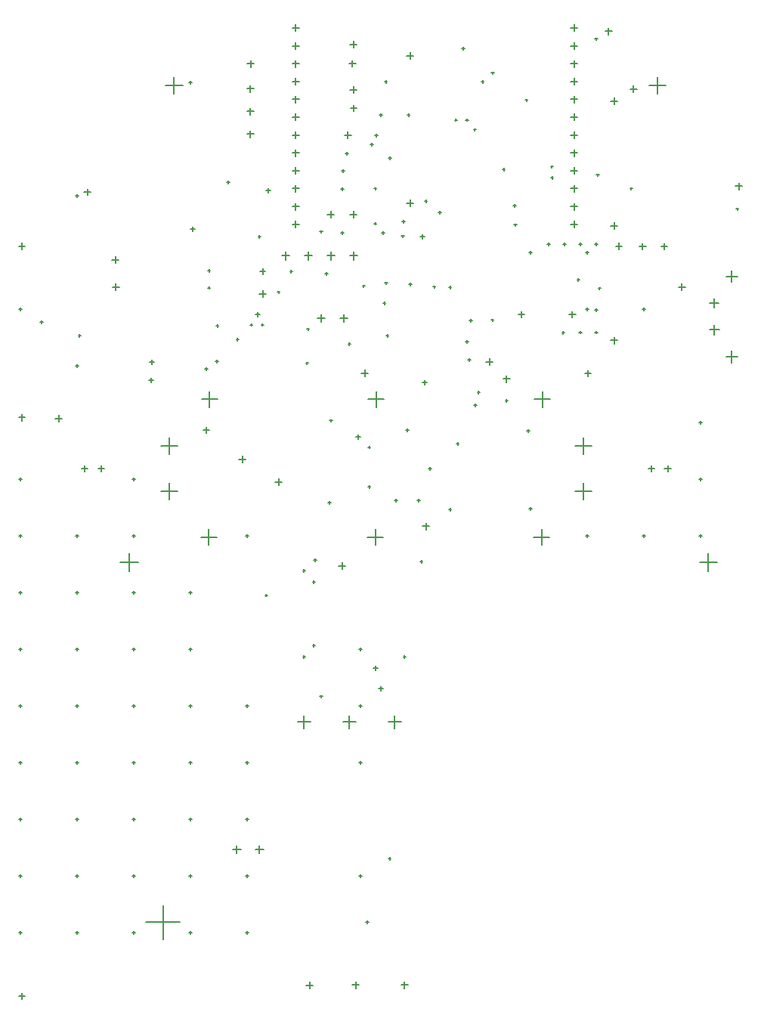
<source format=gbr>
%TF.GenerationSoftware,Altium Limited,Altium Designer,21.6.4 (81)*%
G04 Layer_Color=128*
%FSLAX26Y26*%
%MOIN*%
%TF.SameCoordinates,BD845C9F-3E28-4BEA-89B7-7B09B8E8D9D1*%
%TF.FilePolarity,Positive*%
%TF.FileFunction,Drillmap*%
%TF.Part,Single*%
G01*
G75*
%TA.AperFunction,NonConductor*%
%ADD125C,0.005000*%
D125*
X1130000Y4005000D02*
X1160000D01*
X1145000Y3990000D02*
Y4020000D01*
X1130000Y4105000D02*
X1160000D01*
X1145000Y4090000D02*
Y4120000D01*
X1130000Y4206031D02*
X1160000D01*
X1145000Y4191031D02*
Y4221031D01*
X1131000Y4315000D02*
X1161000D01*
X1146000Y4300000D02*
Y4330000D01*
X2735000Y3600000D02*
X2765000D01*
X2750000Y3585000D02*
Y3615000D01*
X1185000Y3300000D02*
X1215000D01*
X1200000Y3285000D02*
Y3315000D01*
X2735000Y3094902D02*
X2765000D01*
X2750000Y3079902D02*
Y3109902D01*
X3285000Y3775461D02*
X3315000D01*
X3300000Y3760461D02*
Y3790461D01*
X1904160Y2275000D02*
X1934160D01*
X1919160Y2260000D02*
Y2290000D01*
X2735000Y4150000D02*
X2765000D01*
X2750000Y4135000D02*
Y4165000D01*
X2260000Y2925000D02*
X2290000D01*
X2275000Y2910000D02*
Y2940000D01*
X1635000Y2950000D02*
X1665000D01*
X1650000Y2935000D02*
Y2965000D01*
X285000Y2750000D02*
X315000D01*
X300000Y2735000D02*
Y2765000D01*
X1835000Y3700000D02*
X1865000D01*
X1850000Y3685000D02*
Y3715000D01*
X1585000Y4200000D02*
X1615000D01*
X1600000Y4185000D02*
Y4215000D01*
X1560000Y4000000D02*
X1590000D01*
X1575000Y3985000D02*
Y4015000D01*
X1585000Y3650000D02*
X1615000D01*
X1600000Y3635000D02*
Y3665000D01*
X1485000Y3650000D02*
X1515000D01*
X1500000Y3635000D02*
Y3665000D01*
X123010Y203804D02*
X151010D01*
X137010Y189804D02*
Y217804D01*
X123010Y2754985D02*
X151010D01*
X137010Y2740985D02*
Y2768985D01*
X123010Y3510890D02*
X151010D01*
X137010Y3496890D02*
Y3524890D01*
X1353604Y1411739D02*
X1410604D01*
X1382104Y1383239D02*
Y1440239D01*
X1553604Y1411739D02*
X1610604D01*
X1582104Y1383239D02*
Y1440239D01*
X1753604Y1411739D02*
X1810604D01*
X1782104Y1383239D02*
Y1440239D01*
X2902500Y4220000D02*
X2977500D01*
X2940000Y4182500D02*
Y4257500D01*
X770855Y4220000D02*
X845855D01*
X808355Y4182500D02*
Y4257500D01*
X684728Y529000D02*
X834728D01*
X759728Y454000D02*
Y604000D01*
X1330000Y4473425D02*
X1360000D01*
X1345000Y4458425D02*
Y4488425D01*
X1330000Y4394685D02*
X1360000D01*
X1345000Y4379685D02*
Y4409685D01*
X1330000Y4315945D02*
X1360000D01*
X1345000Y4300945D02*
Y4330945D01*
X1330000Y4237205D02*
X1360000D01*
X1345000Y4222205D02*
Y4252205D01*
X1330000Y4158465D02*
X1360000D01*
X1345000Y4143465D02*
Y4173465D01*
X1330000Y4079724D02*
X1360000D01*
X1345000Y4064724D02*
Y4094724D01*
X1330000Y4000984D02*
X1360000D01*
X1345000Y3985984D02*
Y4015984D01*
X1330000Y3922244D02*
X1360000D01*
X1345000Y3907244D02*
Y3937244D01*
X1330000Y3843504D02*
X1360000D01*
X1345000Y3828504D02*
Y3858504D01*
X1330000Y3764764D02*
X1360000D01*
X1345000Y3749764D02*
Y3779764D01*
X1330000Y3686024D02*
X1360000D01*
X1345000Y3671024D02*
Y3701024D01*
X1330000Y3607284D02*
X1360000D01*
X1345000Y3592284D02*
Y3622284D01*
X1582284Y3468215D02*
X1617716D01*
X1600000Y3450499D02*
Y3485932D01*
X1482284Y3468215D02*
X1517716D01*
X1500000Y3450499D02*
Y3485932D01*
X1382284Y3468215D02*
X1417716D01*
X1400000Y3450499D02*
Y3485932D01*
X1282284Y3468215D02*
X1317716D01*
X1300000Y3450499D02*
Y3485932D01*
X1439869Y3192913D02*
X1475302D01*
X1457585Y3175197D02*
Y3210630D01*
X1539869Y3192913D02*
X1575302D01*
X1557585Y3175197D02*
Y3210630D01*
X3170092Y3259811D02*
X3212218D01*
X3191155Y3238749D02*
Y3280874D01*
X3170131Y3141662D02*
X3212257D01*
X3191194Y3120599D02*
Y3162725D01*
X3242369Y3377876D02*
X3294337D01*
X3268353Y3351892D02*
Y3403860D01*
X3242369Y3023545D02*
X3294337D01*
X3268353Y2997561D02*
Y3049529D01*
X2577691Y2630000D02*
X2649691D01*
X2613691Y2594000D02*
Y2666000D01*
X2398407Y2834882D02*
X2468407D01*
X2433407Y2799882D02*
Y2869882D01*
X1665257Y2835000D02*
X1735257D01*
X1700257Y2800000D02*
Y2870000D01*
X2899691Y2530000D02*
X2927691D01*
X2913691Y2516000D02*
Y2544000D01*
X2971691Y2530000D02*
X2999691D01*
X2985691Y2516000D02*
Y2544000D01*
X2577691Y2430000D02*
X2649691D01*
X2613691Y2394000D02*
Y2466000D01*
X2394470Y2226732D02*
X2464470D01*
X2429470Y2191732D02*
Y2261732D01*
X1661321Y2226850D02*
X1731321D01*
X1696321Y2191850D02*
Y2261850D01*
X929824Y2834882D02*
X999824D01*
X964824Y2799882D02*
Y2869882D01*
X750691Y2630000D02*
X822691D01*
X786691Y2594000D02*
Y2666000D01*
X925888Y2226732D02*
X995888D01*
X960888Y2191732D02*
Y2261732D01*
X750691Y2430000D02*
X822691D01*
X786691Y2394000D02*
Y2466000D01*
X472691Y2530000D02*
X500691D01*
X486691Y2516000D02*
Y2544000D01*
X400824Y2530000D02*
X428824D01*
X414824Y2516000D02*
Y2544000D01*
X2820000Y4203920D02*
X2850000D01*
X2835000Y4188920D02*
Y4218920D01*
X535000Y3450000D02*
X565000D01*
X550000Y3435000D02*
Y3465000D01*
X1535000Y2100000D02*
X1565000D01*
X1550000Y2085000D02*
Y2115000D01*
X1167417Y850000D02*
X1202850D01*
X1185133Y832284D02*
Y867716D01*
X1067417Y850000D02*
X1102850D01*
X1085133Y832284D02*
Y867716D01*
X2185000Y3000000D02*
X2215000D01*
X2200000Y2985000D02*
Y3015000D01*
X2558000Y4473425D02*
X2588000D01*
X2573000Y4458425D02*
Y4488425D01*
X2558000Y4394685D02*
X2588000D01*
X2573000Y4379685D02*
Y4409685D01*
X2558000Y4315945D02*
X2588000D01*
X2573000Y4300945D02*
Y4330945D01*
X2558000Y4237205D02*
X2588000D01*
X2573000Y4222205D02*
Y4252205D01*
X2558000Y4158465D02*
X2588000D01*
X2573000Y4143465D02*
Y4173465D01*
X2558000Y4079724D02*
X2588000D01*
X2573000Y4064724D02*
Y4094724D01*
X2558000Y4000984D02*
X2588000D01*
X2573000Y3985984D02*
Y4015984D01*
X2558000Y3922244D02*
X2588000D01*
X2573000Y3907244D02*
Y3937244D01*
X2558000Y3843504D02*
X2588000D01*
X2573000Y3828504D02*
Y3858504D01*
X2558000Y3764764D02*
X2588000D01*
X2573000Y3749764D02*
Y3779764D01*
X2558000Y3686024D02*
X2588000D01*
X2573000Y3671024D02*
Y3701024D01*
X2558000Y3607284D02*
X2588000D01*
X2573000Y3592284D02*
Y3622284D01*
X1835000Y4350000D02*
X1865000D01*
X1850000Y4335000D02*
Y4365000D01*
X1585000Y4400000D02*
X1615000D01*
X1600000Y4385000D02*
Y4415000D01*
X3034704Y3330945D02*
X3062704D01*
X3048704Y3316945D02*
Y3344945D01*
X3125824Y2116662D02*
X3204564D01*
X3165194Y2077292D02*
Y2156032D01*
X570824Y2116662D02*
X649564D01*
X610194Y2077292D02*
Y2156032D01*
X1255000Y2470000D02*
X1285000D01*
X1270000Y2455000D02*
Y2485000D01*
X2585977Y3363115D02*
X2596977D01*
X2591477Y3357615D02*
Y3368615D01*
X1083177Y3099515D02*
X1094177D01*
X1088677Y3094015D02*
Y3105015D01*
X3286776Y3675000D02*
X3298776D01*
X3292776Y3669000D02*
Y3681000D01*
X2046665Y4067913D02*
X2057665D01*
X2052165Y4062413D02*
Y4073413D01*
X1451585Y3575000D02*
X1463585D01*
X1457585Y3569000D02*
Y3581000D01*
X1811520Y3555000D02*
X1823520D01*
X1817520Y3549000D02*
Y3561000D01*
X1895000Y3554496D02*
X1915000D01*
X1905000Y3544496D02*
Y3564496D01*
X1814000Y3620000D02*
X1826000D01*
X1820000Y3614000D02*
Y3626000D01*
X1690821Y3610719D02*
X1701821D01*
X1696321Y3605219D02*
Y3616219D01*
X1690821Y3764984D02*
X1701821D01*
X1696321Y3759484D02*
Y3770484D01*
X2624014Y3482639D02*
X2636014D01*
X2630014Y3476639D02*
Y3488639D01*
X2374014Y3482639D02*
X2386014D01*
X2380014Y3476639D02*
Y3488639D01*
X1544000Y3570000D02*
X1556000D01*
X1550000Y3564000D02*
Y3576000D01*
X1564000Y3920000D02*
X1576000D01*
X1570000Y3914000D02*
Y3926000D01*
X1586000Y4120000D02*
X1614000D01*
X1600000Y4106000D02*
Y4134000D01*
X1581000Y4317000D02*
X1609000D01*
X1595000Y4303000D02*
Y4331000D01*
X1214672Y3756693D02*
X1234672D01*
X1224672Y3746693D02*
Y3766693D01*
X2664000Y4425000D02*
X2676000D01*
X2670000Y4419000D02*
Y4431000D01*
X2665395Y3520000D02*
X2677395D01*
X2671395Y3514000D02*
Y3526000D01*
X1474000Y3390000D02*
X1486000D01*
X1480000Y3384000D02*
Y3396000D01*
X2454000Y3519902D02*
X2466000D01*
X2460000Y3513902D02*
Y3525902D01*
X2524098Y3519902D02*
X2536098D01*
X2530098Y3513902D02*
Y3525902D01*
X2594000Y3519902D02*
X2606000D01*
X2600000Y3513902D02*
Y3525902D01*
X2307000Y3605000D02*
X2319000D01*
X2313000Y3599000D02*
Y3611000D01*
X2305000Y3690000D02*
X2317000D01*
X2311000Y3684000D02*
Y3696000D01*
X2206992Y4275000D02*
X2218992D01*
X2212992Y4269000D02*
Y4281000D01*
X1544000Y3764000D02*
X1556000D01*
X1550000Y3758000D02*
Y3770000D01*
X1547998Y3843000D02*
X1559998D01*
X1553998Y3837000D02*
Y3849000D01*
X2469000Y3861639D02*
X2481000D01*
X2475000Y3855639D02*
Y3867639D01*
X2469634Y3813597D02*
X2481634D01*
X2475634Y3807597D02*
Y3819597D01*
X1188000Y3400000D02*
X1212000D01*
X1200000Y3388000D02*
Y3412000D01*
X1319000Y3400000D02*
X1331000D01*
X1325000Y3394000D02*
Y3406000D01*
X2129239Y4025000D02*
X2141239D01*
X2135239Y4019000D02*
Y4031000D01*
X2256598Y3850000D02*
X2268598D01*
X2262598Y3844000D02*
Y3856000D01*
X2671179Y3825000D02*
X2683179D01*
X2677179Y3819000D02*
Y3831000D01*
X1179133Y3553639D02*
X1191133D01*
X1185133Y3547639D02*
Y3559639D01*
X2077507Y4383621D02*
X2089507D01*
X2083507Y4377621D02*
Y4389621D01*
X2357398Y4155000D02*
X2368398D01*
X2362898Y4149500D02*
Y4160500D01*
X1737539Y4236417D02*
X1748539D01*
X1743039Y4230917D02*
Y4241917D01*
X2164500Y4236417D02*
X2175500D01*
X2170000Y4230917D02*
Y4241917D01*
X1837098Y4090000D02*
X1848098D01*
X1842598Y4084500D02*
Y4095500D01*
X2094000Y4068000D02*
X2106000D01*
X2100000Y4062000D02*
Y4074000D01*
X1914500Y3710000D02*
X1925500D01*
X1920000Y3704500D02*
Y3715500D01*
X1674000Y3959343D02*
X1686000D01*
X1680000Y3953343D02*
Y3965343D01*
X1694257Y4000000D02*
X1706257D01*
X1700257Y3994000D02*
Y4006000D01*
X1714000Y4090000D02*
X1726000D01*
X1720000Y4084000D02*
Y4096000D01*
X1754000Y3900000D02*
X1766000D01*
X1760000Y3894000D02*
Y3906000D01*
X1724000Y3570000D02*
X1736000D01*
X1730000Y3564000D02*
Y3576000D01*
X1974000Y3659887D02*
X1986000D01*
X1980000Y3653887D02*
Y3665887D01*
X536477Y3330015D02*
X566477D01*
X551477Y3315015D02*
Y3345015D01*
X1905000Y2910000D02*
X1925000D01*
X1915000Y2900000D02*
Y2920000D01*
X1209500Y1971172D02*
X1220500D01*
X1215000Y1965672D02*
Y1976672D01*
X1488003Y2380000D02*
X1500003D01*
X1494003Y2374000D02*
Y2386000D01*
X1610000Y2670000D02*
X1630000D01*
X1620000Y2660000D02*
Y2680000D01*
X2207492Y3185715D02*
X2218492D01*
X2212992Y3180215D02*
Y3191215D01*
X3124014Y2732639D02*
X3136014D01*
X3130014Y2726639D02*
Y2738639D01*
X3124014Y2482639D02*
X3136014D01*
X3130014Y2476639D02*
Y2488639D01*
X3124014Y2232639D02*
X3136014D01*
X3130014Y2226639D02*
Y2238639D01*
X2874014Y3232639D02*
X2886014D01*
X2880014Y3226639D02*
Y3238639D01*
X2874014Y2232639D02*
X2886014D01*
X2880014Y2226639D02*
Y2238639D01*
X2624014Y3232639D02*
X2636014D01*
X2630014Y3226639D02*
Y3238639D01*
X2624014Y2232639D02*
X2636014D01*
X2630014Y2226639D02*
Y2238639D01*
X1624014Y1732639D02*
X1636014D01*
X1630014Y1726639D02*
Y1738639D01*
X1624014Y1482639D02*
X1636014D01*
X1630014Y1476639D02*
Y1488639D01*
X1624014Y1232639D02*
X1636014D01*
X1630014Y1226639D02*
Y1238639D01*
X1624014Y732639D02*
X1636014D01*
X1630014Y726639D02*
Y738639D01*
X1124014Y2232639D02*
X1136014D01*
X1130014Y2226639D02*
Y2238639D01*
X1124014Y1482639D02*
X1136014D01*
X1130014Y1476639D02*
Y1488639D01*
X1124014Y1232639D02*
X1136014D01*
X1130014Y1226639D02*
Y1238639D01*
X1124014Y982639D02*
X1136014D01*
X1130014Y976639D02*
Y988639D01*
X1124014Y732639D02*
X1136014D01*
X1130014Y726639D02*
Y738639D01*
X1124014Y482639D02*
X1136014D01*
X1130014Y476639D02*
Y488639D01*
X874014Y4232639D02*
X886014D01*
X880014Y4226639D02*
Y4238639D01*
X874014Y1982639D02*
X886014D01*
X880014Y1976639D02*
Y1988639D01*
X874014Y1732639D02*
X886014D01*
X880014Y1726639D02*
Y1738639D01*
X874014Y1482639D02*
X886014D01*
X880014Y1476639D02*
Y1488639D01*
X874014Y1232639D02*
X886014D01*
X880014Y1226639D02*
Y1238639D01*
X874014Y982639D02*
X886014D01*
X880014Y976639D02*
Y988639D01*
X874014Y732639D02*
X886014D01*
X880014Y726639D02*
Y738639D01*
X874014Y482639D02*
X886014D01*
X880014Y476639D02*
Y488639D01*
X624014Y2482639D02*
X636014D01*
X630014Y2476639D02*
Y2488639D01*
X624014Y2232639D02*
X636014D01*
X630014Y2226639D02*
Y2238639D01*
X624014Y1982639D02*
X636014D01*
X630014Y1976639D02*
Y1988639D01*
X624014Y1732639D02*
X636014D01*
X630014Y1726639D02*
Y1738639D01*
X624014Y1482639D02*
X636014D01*
X630014Y1476639D02*
Y1488639D01*
X624014Y1232639D02*
X636014D01*
X630014Y1226639D02*
Y1238639D01*
X624014Y982639D02*
X636014D01*
X630014Y976639D02*
Y988639D01*
X624014Y732639D02*
X636014D01*
X630014Y726639D02*
Y738639D01*
X624014Y482639D02*
X636014D01*
X630014Y476639D02*
Y488639D01*
X374014Y3732639D02*
X386014D01*
X380014Y3726639D02*
Y3738639D01*
X374014Y2982639D02*
X386014D01*
X380014Y2976639D02*
Y2988639D01*
X374014Y2232639D02*
X386014D01*
X380014Y2226639D02*
Y2238639D01*
X374014Y1982639D02*
X386014D01*
X380014Y1976639D02*
Y1988639D01*
X374014Y1732639D02*
X386014D01*
X380014Y1726639D02*
Y1738639D01*
X374014Y1482639D02*
X386014D01*
X380014Y1476639D02*
Y1488639D01*
X374014Y1232639D02*
X386014D01*
X380014Y1226639D02*
Y1238639D01*
X374014Y982639D02*
X386014D01*
X380014Y976639D02*
Y988639D01*
X374014Y732639D02*
X386014D01*
X380014Y726639D02*
Y738639D01*
X374014Y482639D02*
X386014D01*
X380014Y476639D02*
Y488639D01*
X124014Y3232639D02*
X136014D01*
X130014Y3226639D02*
Y3238639D01*
X124014Y2482639D02*
X136014D01*
X130014Y2476639D02*
Y2488639D01*
X124014Y2232639D02*
X136014D01*
X130014Y2226639D02*
Y2238639D01*
X124014Y1982639D02*
X136014D01*
X130014Y1976639D02*
Y1988639D01*
X124014Y1732639D02*
X136014D01*
X130014Y1726639D02*
Y1738639D01*
X124014Y1482639D02*
X136014D01*
X130014Y1476639D02*
Y1488639D01*
X124014Y1232639D02*
X136014D01*
X130014Y1226639D02*
Y1238639D01*
X124014Y982639D02*
X136014D01*
X130014Y976639D02*
Y988639D01*
X124014Y732639D02*
X136014D01*
X130014Y726639D02*
Y738639D01*
X124014Y482639D02*
X136014D01*
X130014Y476639D02*
Y488639D01*
X1419000Y2030000D02*
X1431000D01*
X1425000Y2024000D02*
Y2036000D01*
X2710000Y4459681D02*
X2740000D01*
X2725000Y4444681D02*
Y4474681D01*
X956496Y3328000D02*
X968496D01*
X962496Y3322000D02*
Y3334000D01*
X956496Y3404000D02*
X968496D01*
X962496Y3398000D02*
Y3410000D01*
X992000Y3003000D02*
X1004000D01*
X998000Y2997000D02*
Y3009000D01*
X1192500Y3164000D02*
X1203500D01*
X1198000Y3158500D02*
Y3169500D01*
X1143500Y3164000D02*
X1154500D01*
X1149000Y3158500D02*
Y3169500D01*
X2956000Y3510000D02*
X2984000D01*
X2970000Y3496000D02*
Y3524000D01*
X2861134Y3510000D02*
X2889134D01*
X2875134Y3496000D02*
Y3524000D01*
X1166477Y3210015D02*
X1186477D01*
X1176477Y3200015D02*
Y3220015D01*
X1654000Y529000D02*
X1666000D01*
X1660000Y523000D02*
Y535000D01*
X1710000Y1560000D02*
X1730000D01*
X1720000Y1550000D02*
Y1570000D01*
X1686321Y1650000D02*
X1706321D01*
X1696321Y1640000D02*
Y1660000D01*
X1819000Y1700000D02*
X1831000D01*
X1825000Y1694000D02*
Y1706000D01*
X1391194Y250000D02*
X1421194D01*
X1406194Y235000D02*
Y265000D01*
X1576104Y3080531D02*
X1588104D01*
X1582104Y3074531D02*
Y3086531D01*
X1844000Y3342450D02*
X1856000D01*
X1850000Y3336450D02*
Y3348450D01*
X2664000Y3230000D02*
X2676000D01*
X2670000Y3224000D02*
Y3236000D01*
X2664000Y3131327D02*
X2676000D01*
X2670000Y3125327D02*
Y3137327D01*
X2519000Y3130000D02*
X2531000D01*
X2525000Y3124000D02*
Y3136000D01*
X2593693Y3131327D02*
X2605693D01*
X2599693Y3125327D02*
Y3137327D01*
X944000Y2970000D02*
X956000D01*
X950000Y2964000D02*
Y2976000D01*
X1041000Y3793000D02*
X1053000D01*
X1047000Y3787000D02*
Y3799000D01*
X1639000Y3335000D02*
X1651000D01*
X1645000Y3329000D02*
Y3341000D01*
X1376104Y2080000D02*
X1388104D01*
X1382104Y2074000D02*
Y2086000D01*
X879000Y3586639D02*
X899000D01*
X889000Y3576639D02*
Y3596639D01*
X2326000Y3210000D02*
X2354000D01*
X2340000Y3196000D02*
Y3224000D01*
X2551015Y3210015D02*
X2579015D01*
X2565015Y3196015D02*
Y3224015D01*
X2110699Y3182192D02*
X2122699D01*
X2116699Y3176192D02*
Y3188192D01*
X2019869Y3330015D02*
X2031869D01*
X2025869Y3324015D02*
Y3336015D01*
X2679383Y3325000D02*
X2691383D01*
X2685383Y3319000D02*
Y3331000D01*
X1389000Y2995000D02*
X1401000D01*
X1395000Y2989000D02*
Y3001000D01*
X2620055Y2950000D02*
X2648055D01*
X2634055Y2936000D02*
Y2964000D01*
X1949865Y3332007D02*
X1961865D01*
X1955865Y3326007D02*
Y3338007D01*
X412194Y3750000D02*
X440194D01*
X426194Y3736000D02*
Y3764000D01*
X1810000Y251662D02*
X1840000D01*
X1825000Y236662D02*
Y266662D01*
X2819000Y3764984D02*
X2831000D01*
X2825000Y3758984D02*
Y3770984D01*
X1593977Y251662D02*
X1623977D01*
X1608977Y236662D02*
Y266662D01*
X993477Y3160015D02*
X1004477D01*
X998977Y3154515D02*
Y3165515D01*
X696514Y2920639D02*
X716514D01*
X706514Y2910639D02*
Y2930639D01*
X218194Y3176662D02*
X230194D01*
X224194Y3170662D02*
Y3182662D01*
X385694Y3116662D02*
X396694D01*
X391194Y3111162D02*
Y3122162D01*
X1451585Y1525000D02*
X1463585D01*
X1457585Y1519000D02*
Y1531000D01*
X1419000Y1750000D02*
X1431000D01*
X1425000Y1744000D02*
Y1756000D01*
X2094000Y3089673D02*
X2106000D01*
X2100000Y3083673D02*
Y3095673D01*
X2757477Y3510890D02*
X2785477D01*
X2771477Y3496890D02*
Y3524890D01*
X1737412Y3348315D02*
X1749412D01*
X1743412Y3342315D02*
Y3354315D01*
X1376104Y1700000D02*
X1388104D01*
X1382104Y1694000D02*
Y1706000D01*
X1094477Y2570000D02*
X1124477D01*
X1109477Y2555000D02*
Y2585000D01*
X700000Y3000000D02*
X720000D01*
X710000Y2990000D02*
Y3010000D01*
X936000Y2700000D02*
X964000D01*
X950000Y2686000D02*
Y2714000D01*
X2104000Y3010000D02*
X2116000D01*
X2110000Y3004000D02*
Y3016000D01*
X1393409Y3145000D02*
X1405409D01*
X1399409Y3139000D02*
Y3151000D01*
X1744500Y3116662D02*
X1755500D01*
X1750000Y3111162D02*
Y3122162D01*
X1264515Y3308344D02*
X1275515D01*
X1270015Y3302844D02*
Y3313844D01*
X1730173Y3259811D02*
X1741173D01*
X1735673Y3254311D02*
Y3265311D01*
X1754500Y810000D02*
X1765500D01*
X1760000Y804500D02*
Y815500D01*
X1424000Y2126059D02*
X1436000D01*
X1430000Y2120059D02*
Y2132059D01*
X1893545Y2120000D02*
X1905545D01*
X1899545Y2114000D02*
Y2126000D01*
X1494000Y2741903D02*
X1506000D01*
X1500000Y2735903D02*
Y2747903D01*
X2365140Y2695866D02*
X2376140D01*
X2370640Y2690366D02*
Y2701366D01*
X1832003Y2700012D02*
X1843003D01*
X1837503Y2694512D02*
Y2705512D01*
X2054500Y2640000D02*
X2065500D01*
X2060000Y2634500D02*
Y2645500D01*
X1932003Y2530000D02*
X1943003D01*
X1937503Y2524500D02*
Y2535500D01*
X1664500Y2624137D02*
X1675500D01*
X1670000Y2618637D02*
Y2629637D01*
X1664500Y2450000D02*
X1675500D01*
X1670000Y2444500D02*
Y2455500D01*
X1782003Y2390000D02*
X1793003D01*
X1787503Y2384500D02*
Y2395500D01*
X1882003Y2390000D02*
X1893003D01*
X1887503Y2384500D02*
Y2395500D01*
X2145917Y2866777D02*
X2156917D01*
X2151417Y2861277D02*
Y2872277D01*
X2269000Y2830000D02*
X2281000D01*
X2275000Y2824000D02*
Y2836000D01*
X2020369Y2350000D02*
X2031369D01*
X2025869Y2344500D02*
Y2355500D01*
X2374000Y2353583D02*
X2386000D01*
X2380000Y2347583D02*
Y2359583D01*
X2132000Y2809000D02*
X2144000D01*
X2138000Y2803000D02*
Y2815000D01*
%TF.MD5,871bcb98a41b679252c52f4dfe8bc614*%
M02*

</source>
